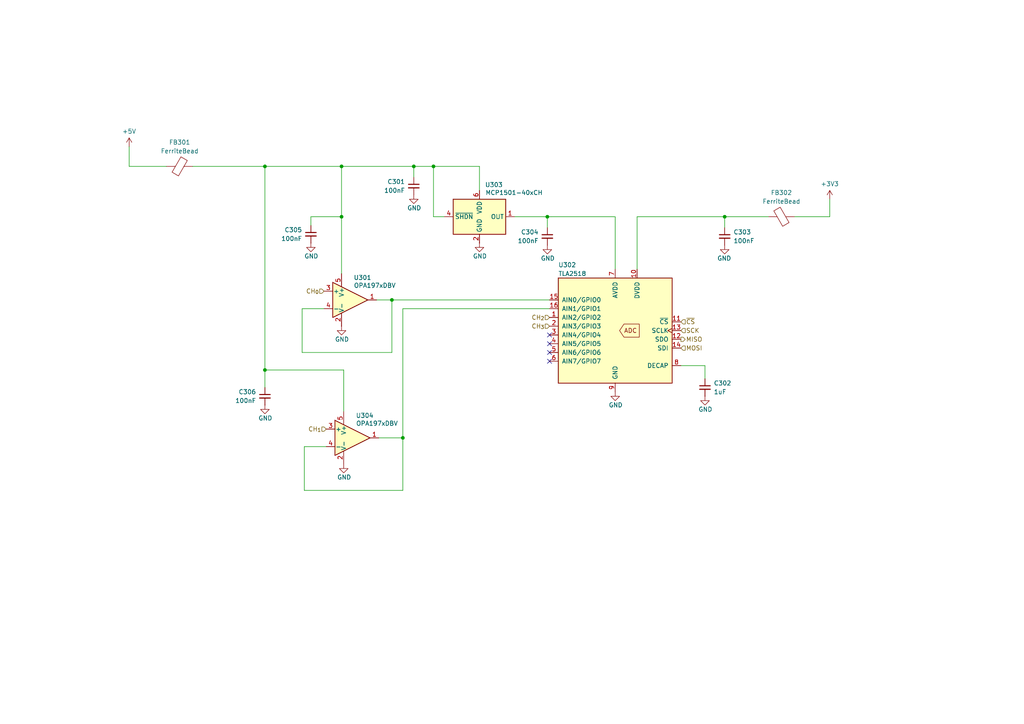
<source format=kicad_sch>
(kicad_sch (version 20231120) (generator "eeschema") (generator_version "8.0")
  (paper "A4")
  (title_block (title "${TITLE}") (date "2025-01-04") (rev "${REVISION}") (comment 1 "${AUTHOR}"))
  (lib_symbols
    (symbol "Amplifier_Operational:OPA197xDBV" (pin_names (offset 0.127))
      (property "Reference" "U" (at -1.27 6.35 0))
      (property "Value" "OPA197xDBV" (at -1.27 3.81 0))
      (symbol "OPA197xDBV_0_1"
        (polyline (pts (xy -5.08 5.08) (xy 5.08 0) (xy -5.08 -5.08) (xy -5.08 5.08)) (stroke (width 0.254)) (fill (type background)))
        (pin power_in line (at -2.54 -7.62 90) (length 3.81) (name "V-") (number "2"))
        (pin power_in line (at -2.54 7.62 270) (length 3.81) (name "V+") (number "5"))
      )
      (symbol "OPA197xDBV_1_1"
        (pin output line (at 7.62 0 180) (length 2.54) (name "~") (number "1"))
        (pin input line (at -7.62 2.54 0) (length 2.54) (name "+") (number "3"))
        (pin input line (at -7.62 -2.54 0) (length 2.54) (name "-") (number "4"))
      )
    )
    (symbol "Analog_DAC:LTC1446" (pin_names (offset 1.016))
      (property "Reference" "U302" (at -16.51 19.05 0))
      (property "Value" "TLA2518" (at -16.51 16.51 0))
      (symbol "LTC1446_0_1"
        (rectangle (start -16.51 15.24) (end 16.51 -15.24) (stroke (width 0.254)) (fill (type background)))
        (polyline (pts (xy 1.27 0) (xy 2.54 1.905) (xy 6.985 1.905) (xy 6.985 -1.905) (xy 2.54 -1.905) (xy 1.27 0)))
      )
      (symbol "LTC1446_1_0"
        (text "ADC" (at 4.445 0 0) (effects (font (size 1.27 1.27))))
      )
      (symbol "LTC1446_1_1"
        (pin output line (at -19.05 3.81 0) (length 2.54) (name "AIN2/GPIO2") (number "1"))
        (pin power_in line (at 6.35 17.78 270) (length 2.54) (name "DVDD") (number "10"))
        (pin input line (at 19.05 2.54 180) (length 2.54) (name "~{CS}") (number "11"))
        (pin output line (at 19.05 -2.54 180) (length 2.54) (name "SDO") (number "12"))
        (pin input clock (at 19.05 0 180) (length 2.54) (name "SCLK") (number "13"))
        (pin output line (at 19.05 -5.08 180) (length 2.54) (name "SDI") (number "14"))
        (pin output line (at -19.05 8.89 0) (length 2.54) (name "AIN0/GPIO0") (number "15"))
        (pin output line (at -19.05 6.35 0) (length 2.54) (name "AIN1/GPIO1") (number "16"))
        (pin power_in line (at 0 -17.78 90) (length 2.54) hide (name "GND") (number "17"))
        (pin output line (at -19.05 1.27 0) (length 2.54) (name "AIN3/GPIO3") (number "2"))
        (pin output line (at -19.05 -1.27 0) (length 2.54) (name "AIN4/GPIO4") (number "3"))
        (pin output line (at -19.05 -3.81 0) (length 2.54) (name "AIN5/GPIO5") (number "4"))
        (pin output line (at -19.05 -6.35 0) (length 2.54) (name "AIN6/GPIO6") (number "5"))
        (pin output line (at -19.05 -8.89 0) (length 2.54) (name "AIN7/GPIO7") (number "6"))
        (pin power_in line (at 0 17.78 270) (length 2.54) (name "AVDD") (number "7"))
        (pin output line (at 19.05 -10.16 180) (length 2.54) (name "DECAP") (number "8"))
        (pin power_in line (at 0 -17.78 90) (length 2.54) (name "GND") (number "9"))
      )
    )
    (symbol "Device:C_Small" (pin_numbers hide) (pin_names (offset 0.254) hide)
      (property "Reference" "C" (at 0.254 1.778 0))
      (property "Value" "C_Small" (at 0.254 -2.032 0))
      (symbol "C_Small_0_1"
        (polyline (pts (xy -1.524 -0.508) (xy 1.524 -0.508)) (stroke (width 0.3302)))
        (polyline (pts (xy -1.524 0.508) (xy 1.524 0.508)) (stroke (width 0.3048)))
      )
      (symbol "C_Small_1_1"
        (pin passive line (at 0 2.54 270) (length 2.032) (name "~") (number "1"))
        (pin passive line (at 0 -2.54 90) (length 2.032) (name "~") (number "2"))
      )
    )
    (symbol "Device:FerriteBead" (pin_numbers hide) (pin_names (offset 0))
      (property "Reference" "FB" (at -3.81 0.635 90))
      (property "Value" "FerriteBead" (at 3.81 0 90))
      (symbol "FerriteBead_0_1"
        (polyline (pts (xy 0 -1.27) (xy 0 -1.2192)))
        (polyline (pts (xy 0 1.27) (xy 0 1.2954)))
        (polyline (pts (xy -2.7686 0.4064) (xy -1.7018 2.2606) (xy 2.7686 -0.3048) (xy 1.6764 -2.159) (xy -2.7686 0.4064)))
      )
      (symbol "FerriteBead_1_1"
        (pin passive line (at 0 3.81 270) (length 2.54) (name "~") (number "1"))
        (pin passive line (at 0 -3.81 90) (length 2.54) (name "~") (number "2"))
      )
    )
    (symbol "Reference_Voltage:MCP1501-40xCH"
      (property "Reference" "U" (at -6.35 6.35 0))
      (property "Value" "MCP1501-40xCH" (at 10.16 6.35 0))
      (symbol "MCP1501-40xCH_0_0"
        (pin power_out line (at 10.16 0 180) (length 2.54) (name "OUT") (number "1"))
        (pin power_in line (at 0 -7.62 90) (length 2.54) (name "GND") (number "2"))
        (pin passive line (at 0 -7.62 90) (length 2.54) hide (name "GND") (number "3"))
        (pin input line (at -10.16 0 0) (length 2.54) (name "~{SHDN}") (number "4"))
        (pin passive line (at 0 -7.62 90) (length 2.54) hide (name "GND") (number "5"))
        (pin power_in line (at 0 7.62 270) (length 2.54) (name "VDD") (number "6"))
      )
      (symbol "MCP1501-40xCH_0_1"
        (rectangle (start -7.62 5.08) (end 7.62 -5.08) (stroke (width 0.254)) (fill (type background)))
      )
    )
    (symbol "power:+3V3" (power) (pin_numbers hide) (pin_names (offset 0) hide)
      (property "Value" "+3V3" (at 0 3.556 0))
      (symbol "+3V3_0_1"
        (polyline (pts (xy -0.762 1.27) (xy 0 2.54)))
        (polyline (pts (xy 0 0) (xy 0 2.54)))
        (polyline (pts (xy 0 2.54) (xy 0.762 1.27)))
      )
      (symbol "+3V3_1_1"
        (pin power_in line (at 0 0 90) (length 0) (name "~") (number "1"))
      )
    )
    (symbol "power:+5V" (power) (pin_numbers hide) (pin_names (offset 0) hide)
      (property "Value" "+5V" (at 0 3.556 0))
      (symbol "+5V_0_1"
        (polyline (pts (xy -0.762 1.27) (xy 0 2.54)))
        (polyline (pts (xy 0 0) (xy 0 2.54)))
        (polyline (pts (xy 0 2.54) (xy 0.762 1.27)))
      )
      (symbol "+5V_1_1"
        (pin power_in line (at 0 0 90) (length 0) (name "~") (number "1"))
      )
    )
    (symbol "power:GND" (power) (pin_numbers hide) (pin_names (offset 0) hide)
      (property "Value" "GND" (at 0 -3.81 0))
      (symbol "GND_0_1"
        (polyline (pts (xy 0 0) (xy 0 -1.27) (xy 1.27 -1.27) (xy 0 -2.54) (xy -1.27 -1.27) (xy 0 -1.27)))
      )
      (symbol "GND_1_1"
        (pin power_in line (at 0 0 270) (length 0) (name "~") (number "1"))
      )
    )
  )
  (junction (at 99.06 62.865))
  (junction (at 99.06 48.26))
  (junction (at 158.75 62.865))
  (junction (at 125.73 48.26))
  (junction (at 120.015 48.26))
  (junction (at 76.835 48.26))
  (junction (at 210.185 62.865))
  (junction (at 116.84 127))
  (junction (at 113.665 86.995))
  (junction (at 76.835 107.315))
  (no_connect (at 159.385 99.695))
  (no_connect (at 159.385 102.235))
  (no_connect (at 159.385 97.155))
  (no_connect (at 159.385 104.775))
  (wire (pts (xy 99.695 119.38) (xy 99.695 107.315)))
  (wire (pts (xy 90.17 62.865) (xy 99.06 62.865)))
  (wire (pts (xy 87.63 89.535) (xy 87.63 102.235)))
  (wire (pts (xy 210.185 62.865) (xy 210.185 66.04)))
  (wire (pts (xy 120.015 48.26) (xy 125.73 48.26)))
  (wire (pts (xy 113.665 86.995) (xy 159.385 86.995)))
  (wire (pts (xy 158.75 62.865) (xy 178.435 62.865)))
  (wire (pts (xy 178.435 62.865) (xy 178.435 78.105)))
  (wire (pts (xy 55.88 48.26) (xy 76.835 48.26)))
  (wire (pts (xy 113.665 102.235) (xy 113.665 86.995)))
  (wire (pts (xy 76.835 107.315) (xy 76.835 112.395)))
  (wire (pts (xy 222.885 62.865) (xy 210.185 62.865)))
  (wire (pts (xy 48.26 48.26) (xy 37.465 48.26)))
  (wire (pts (xy 99.06 48.26) (xy 120.015 48.26)))
  (wire (pts (xy 76.835 48.26) (xy 99.06 48.26)))
  (wire (pts (xy 88.265 129.54) (xy 88.265 142.24)))
  (wire (pts (xy 109.855 127) (xy 116.84 127)))
  (wire (pts (xy 87.63 102.235) (xy 113.665 102.235)))
  (wire (pts (xy 158.75 62.865) (xy 158.75 66.04)))
  (wire (pts (xy 116.84 89.535) (xy 159.385 89.535)))
  (wire (pts (xy 116.84 142.24) (xy 116.84 127)))
  (wire (pts (xy 125.73 62.865) (xy 125.73 48.26)))
  (wire (pts (xy 116.84 127) (xy 116.84 89.535)))
  (wire (pts (xy 204.47 106.045) (xy 204.47 109.855)))
  (wire (pts (xy 37.465 48.26) (xy 37.465 42.545)))
  (wire (pts (xy 76.835 48.26) (xy 76.835 107.315)))
  (wire (pts (xy 184.785 78.105) (xy 184.785 62.865)))
  (wire (pts (xy 120.015 48.26) (xy 120.015 51.435)))
  (wire (pts (xy 109.22 86.995) (xy 113.665 86.995)))
  (wire (pts (xy 88.265 142.24) (xy 116.84 142.24)))
  (wire (pts (xy 240.665 57.785) (xy 240.665 62.865)))
  (wire (pts (xy 99.695 107.315) (xy 76.835 107.315)))
  (wire (pts (xy 94.615 129.54) (xy 88.265 129.54)))
  (wire (pts (xy 99.06 48.26) (xy 99.06 62.865)))
  (wire (pts (xy 99.06 62.865) (xy 99.06 79.375)))
  (wire (pts (xy 125.73 48.26) (xy 139.065 48.26)))
  (wire (pts (xy 184.785 62.865) (xy 210.185 62.865)))
  (wire (pts (xy 240.665 62.865) (xy 230.505 62.865)))
  (wire (pts (xy 90.17 65.405) (xy 90.17 62.865)))
  (wire (pts (xy 139.065 55.245) (xy 139.065 48.26)))
  (wire (pts (xy 149.225 62.865) (xy 158.75 62.865)))
  (wire (pts (xy 93.98 89.535) (xy 87.63 89.535)))
  (wire (pts (xy 197.485 106.045) (xy 204.47 106.045)))
  (wire (pts (xy 128.905 62.865) (xy 125.73 62.865)))
  (hierarchical_label "CH_{3}" (shape input) (at 159.385 94.615 180) (property "Netclass" "analogue" (effects (hide yes))))
  (hierarchical_label "CH_{1}" (shape input) (at 94.615 124.46 180) (property "Netclass" "analogue" (effects (hide yes))))
  (hierarchical_label "CH_{2}" (shape input) (at 159.385 92.075 180) (property "Netclass" "analogue" (effects (hide yes))))
  (hierarchical_label "MOSI" (shape input) (at 197.485 100.965 0) (property "Netclass" "digital" (effects (hide yes))))
  (hierarchical_label "MISO" (shape output) (at 197.485 98.425 0) (property "Netclass" "digital" (effects (hide yes))))
  (hierarchical_label "~{CS}" (shape input) (at 197.485 93.345 0) (property "Netclass" "digital" (effects (hide yes))))
  (hierarchical_label "SCK" (shape input) (at 197.485 95.885 0) (property "Netclass" "digital" (effects (hide yes))))
  (hierarchical_label "CH_{0}" (shape input) (at 93.98 84.455 180) (property "Netclass" "analogue" (effects (hide yes))))
  (symbol (lib_id "power:GND") (at 99.06 94.615 0) (unit 1)
    (property "Reference" "#PWR0309" (effects (hide yes)))
    (property "Value" "GND" (at 99.187 98.425 0))
    (property "Description" "Power symbol creates a global label with name \"GND\" , ground" (effects (hide yes)))
  )
  (symbol (lib_id "Reference_Voltage:MCP1501-40xCH") (at 139.065 62.865 0) (unit 1)
    (property "Reference" "U303" (at 143.256 53.594 0))
    (property "Value" "MCP1501-40xCH" (at 149.098 55.88 0))
    (property "Footprint" "Package_TO_SOT_SMD:SOT-23-6" (effects (hide yes)))
    (property "Datasheet" "http://ww1.microchip.com/downloads/en/DeviceDoc/20005474E.pdf" (effects (hide yes)))
    (property "Description" "4.096V, 0.1%, 20mA, Precision Voltage Reference, SOT-23-6" (effects (hide yes)))
    (property "MPN" "MCP1501T-40E/CHY" (effects (hide yes)))
    (property "Digikey" "https://www.digikey.de/en/products/detail/microchip-technology/MCP1501T-40E-CHY/5844614" (effects (hide yes)))
    (property "Price" "1" (effects (hide yes)))
  )
  (symbol (lib_id "Device:FerriteBead") (at 226.695 62.865 90) (mirror x) (unit 1)
    (property "Reference" "FB302" (at 226.6442 55.88 90))
    (property "Value" "FerriteBead" (at 226.6442 58.42 90))
    (property "Footprint" "Inductor_SMD:L_0603_1608Metric" (effects (hide yes)))
    (property "Description" "Ferrite bead" (effects (hide yes)))
    (property "Price" "0.1" (effects (hide yes)))
  )
  (symbol (lib_id "power:GND") (at 99.695 134.62 0) (unit 1)
    (property "Reference" "#PWR0311" (effects (hide yes)))
    (property "Value" "GND" (at 99.822 138.43 0))
    (property "Description" "Power symbol creates a global label with name \"GND\" , ground" (effects (hide yes)))
  )
  (symbol (lib_id "Device:FerriteBead") (at 52.07 48.26 270) (unit 1)
    (property "Reference" "FB301" (at 52.1208 41.275 90))
    (property "Value" "FerriteBead" (at 52.1208 43.815 90))
    (property "Footprint" "Inductor_SMD:L_0603_1608Metric" (effects (hide yes)))
    (property "Description" "Ferrite bead" (effects (hide yes)))
    (property "Price" "0.1" (effects (hide yes)))
  )
  (symbol (lib_id "power:GND") (at 204.47 114.935 0) (unit 1)
    (property "Reference" "#PWR0303" (effects (hide yes)))
    (property "Value" "GND" (at 204.597 118.745 0))
    (property "Description" "Power symbol creates a global label with name \"GND\" , ground" (effects (hide yes)))
  )
  (symbol (lib_id "power:GND") (at 178.435 113.665 0) (unit 1)
    (property "Reference" "#PWR0304" (effects (hide yes)))
    (property "Value" "GND" (at 178.562 117.475 0))
    (property "Description" "Power symbol creates a global label with name \"GND\" , ground" (effects (hide yes)))
  )
  (symbol (lib_id "Analog_DAC:LTC1446") (at 178.435 95.885 0) (unit 1)
    (property "Reference" "U302" (at 161.925 76.835 0) (effects (justify left)))
    (property "Value" "TLA2518" (at 161.925 79.375 0) (effects (justify left)))
    (property "Footprint" "Package_DFN_QFN:WQFN-16-1EP_3x3mm_P0.5mm_EP1.6x1.6mm" (effects (hide yes)))
    (property "Description" "8-channel 12-bit A/D converter with SPI interface and internal reference" (effects (hide yes)))
    (property "MPN" "TLA2518IRTER" (effects (hide yes)))
    (property "Digikey" "https://www.digikey.de/en/products/detail/texas-instruments/TLA2518IRTER/11502192" (effects (hide yes)))
    (property "Price" "4" (effects (hide yes)))
  )
  (symbol (lib_id "Amplifier_Operational:OPA197xDBV") (at 101.6 86.995 0) (unit 1)
    (property "Reference" "U301" (at 105.156 80.518 0))
    (property "Value" "OPA197xDBV" (at 108.712 82.804 0))
    (property "Footprint" "Package_TO_SOT_SMD:SOT-23-5" (effects (hide yes)))
    (property "Datasheet" "http://www.ti.com/lit/ds/symlink/opa197.pdf" (effects (hide yes)))
    (property "Description" "Single 36V, Precision, Rail-to-Rail Input/Output, Low Offset Voltage, Operational Amplifier, SOT-23" (effects (hide yes)))
    (property "MPN" "OPA197IDBVR" (effects (hide yes)))
    (property "Digikey" "https://www.digikey.de/en/products/detail/texas-instruments/OPA197IDBVR/5962128" (effects (hide yes)))
    (property "Price" "1.5" (effects (hide yes)))
  )
  (symbol (lib_id "power:GND") (at 120.015 56.515 0) (unit 1)
    (property "Reference" "#PWR0301" (effects (hide yes)))
    (property "Value" "GND" (at 120.142 60.325 0))
    (property "Description" "Power symbol creates a global label with name \"GND\" , ground" (effects (hide yes)))
  )
  (symbol (lib_id "power:GND") (at 90.17 70.485 0) (unit 1)
    (property "Reference" "#PWR0310" (effects (hide yes)))
    (property "Value" "GND" (at 90.297 74.295 0))
    (property "Description" "Power symbol creates a global label with name \"GND\" , ground" (effects (hide yes)))
  )
  (symbol (lib_id "power:+5V") (at 37.465 42.545 0) (unit 1)
    (property "Reference" "#PWR0302" (effects (hide yes)))
    (property "Value" "+5V" (at 37.465 38.1 0))
    (property "Description" "Power symbol creates a global label with name \"+5V\"" (effects (hide yes)))
  )
  (symbol (lib_id "power:GND") (at 139.065 70.485 0) (unit 1)
    (property "Reference" "#PWR0307" (effects (hide yes)))
    (property "Value" "GND" (at 139.192 74.295 0))
    (property "Description" "Power symbol creates a global label with name \"GND\" , ground" (effects (hide yes)))
  )
  (symbol (lib_id "power:GND") (at 76.835 117.475 0) (unit 1)
    (property "Reference" "#PWR0312" (effects (hide yes)))
    (property "Value" "GND" (at 76.962 121.285 0))
    (property "Description" "Power symbol creates a global label with name \"GND\" , ground" (effects (hide yes)))
  )
  (symbol (lib_id "Device:C_Small") (at 120.015 53.975 0) (mirror y) (unit 1)
    (property "Reference" "C301" (at 117.475 52.7112 0) (effects (justify left)))
    (property "Value" "100nF" (at 117.475 55.2512 0) (effects (justify left)))
    (property "Footprint" "Capacitor_SMD:C_0603_1608Metric" (effects (hide yes)))
    (property "Description" "Unpolarized capacitor, small symbol" (effects (hide yes)))
    (property "Price" "0.1" (effects (hide yes)))
  )
  (symbol (lib_id "Device:C_Small") (at 210.185 68.58 0) (unit 1)
    (property "Reference" "C303" (at 212.725 67.3162 0) (effects (justify left)))
    (property "Value" "100nF" (at 212.725 69.8562 0) (effects (justify left)))
    (property "Footprint" "Capacitor_SMD:C_0603_1608Metric" (effects (hide yes)))
    (property "Description" "Unpolarized capacitor, small symbol" (effects (hide yes)))
    (property "Price" "0.1" (effects (hide yes)))
  )
  (symbol (lib_id "power:GND") (at 158.75 71.12 0) (unit 1)
    (property "Reference" "#PWR0308" (effects (hide yes)))
    (property "Value" "GND" (at 158.877 74.93 0))
    (property "Description" "Power symbol creates a global label with name \"GND\" , ground" (effects (hide yes)))
  )
  (symbol (lib_id "Device:C_Small") (at 90.17 67.945 0) (mirror y) (unit 1)
    (property "Reference" "C305" (at 87.63 66.6812 0) (effects (justify left)))
    (property "Value" "100nF" (at 87.63 69.2212 0) (effects (justify left)))
    (property "Footprint" "Capacitor_SMD:C_0603_1608Metric" (effects (hide yes)))
    (property "Description" "Unpolarized capacitor, small symbol" (effects (hide yes)))
    (property "Price" "0.1" (effects (hide yes)))
  )
  (symbol (lib_id "power:GND") (at 210.185 71.12 0) (mirror y) (unit 1)
    (property "Reference" "#PWR0305" (effects (hide yes)))
    (property "Value" "GND" (at 210.058 74.93 0))
    (property "Description" "Power symbol creates a global label with name \"GND\" , ground" (effects (hide yes)))
  )
  (symbol (lib_id "Device:C_Small") (at 76.835 114.935 0) (mirror y) (unit 1)
    (property "Reference" "C306" (at 74.295 113.6712 0) (effects (justify left)))
    (property "Value" "100nF" (at 74.295 116.2112 0) (effects (justify left)))
    (property "Footprint" "Capacitor_SMD:C_0603_1608Metric" (effects (hide yes)))
    (property "Description" "Unpolarized capacitor, small symbol" (effects (hide yes)))
    (property "Price" "0.1" (effects (hide yes)))
  )
  (symbol (lib_id "Amplifier_Operational:OPA197xDBV") (at 102.235 127 0) (unit 1)
    (property "Reference" "U304" (at 105.791 120.523 0))
    (property "Value" "OPA197xDBV" (at 109.347 122.809 0))
    (property "Footprint" "Package_TO_SOT_SMD:SOT-23-5" (effects (hide yes)))
    (property "Datasheet" "http://www.ti.com/lit/ds/symlink/opa197.pdf" (effects (hide yes)))
    (property "Description" "Single 36V, Precision, Rail-to-Rail Input/Output, Low Offset Voltage, Operational Amplifier, SOT-23" (effects (hide yes)))
    (property "MPN" "OPA197IDBVR" (effects (hide yes)))
    (property "Digikey" "https://www.digikey.de/en/products/detail/texas-instruments/OPA197IDBVR/5962128" (effects (hide yes)))
    (property "Price" "1.5" (effects (hide yes)))
  )
  (symbol (lib_id "Device:C_Small") (at 158.75 68.58 0) (mirror y) (unit 1)
    (property "Reference" "C304" (at 156.21 67.3162 0) (effects (justify left)))
    (property "Value" "100nF" (at 156.21 69.8562 0) (effects (justify left)))
    (property "Footprint" "Capacitor_SMD:C_0603_1608Metric" (effects (hide yes)))
    (property "Description" "Unpolarized capacitor, small symbol" (effects (hide yes)))
    (property "Price" "0.1" (effects (hide yes)))
  )
  (symbol (lib_id "Device:C_Small") (at 204.47 112.395 0) (unit 1)
    (property "Reference" "C302" (at 207.01 111.1312 0) (effects (justify left)))
    (property "Value" "1uF" (at 207.01 113.6712 0) (effects (justify left)))
    (property "Footprint" "Capacitor_SMD:C_0603_1608Metric" (effects (hide yes)))
    (property "Description" "Unpolarized capacitor, small symbol" (effects (hide yes)))
    (property "Price" "0.1" (effects (hide yes)))
  )
  (symbol (lib_id "power:+3V3") (at 240.665 57.785 0) (unit 1)
    (property "Reference" "#PWR0306" (effects (hide yes)))
    (property "Value" "+3V3" (at 240.665 53.34 0))
    (property "Description" "Power symbol creates a global label with name \"+3V3\"" (effects (hide yes)))
  )
)
</source>
